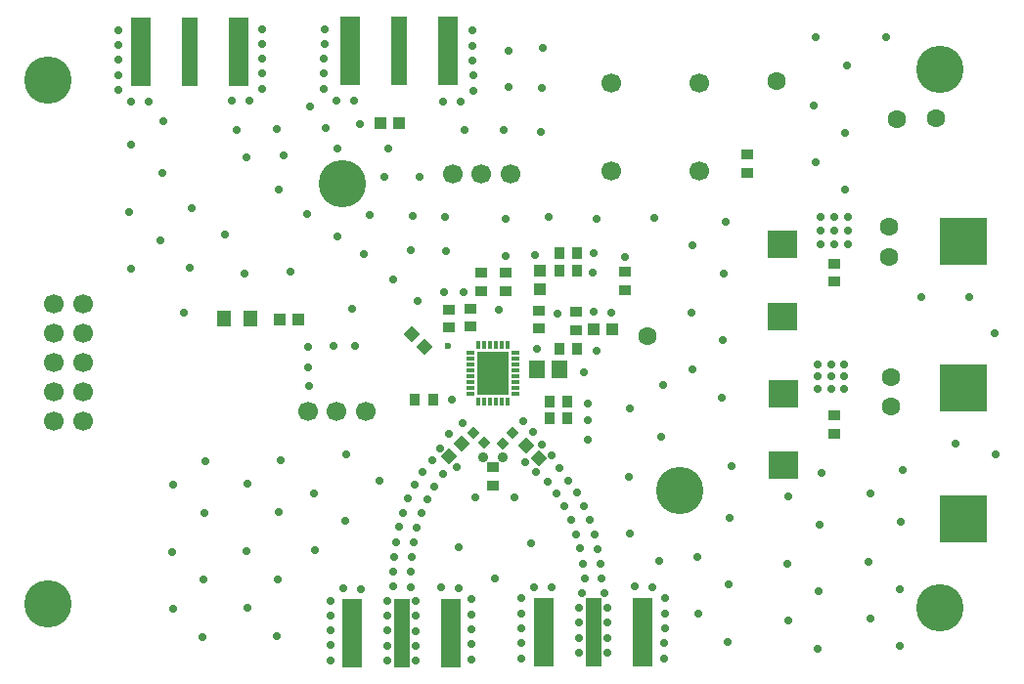
<source format=gts>
G04*
G04 #@! TF.GenerationSoftware,Altium Limited,Altium Designer,21.1.1 (26)*
G04*
G04 Layer_Color=8388736*
%FSLAX43Y43*%
%MOMM*%
G71*
G04*
G04 #@! TF.SameCoordinates,7D77D7A2-79D2-47A9-8A17-8AFE765D4546*
G04*
G04*
G04 #@! TF.FilePolarity,Negative*
G04*
G01*
G75*
%ADD33R,1.370X5.942*%
%ADD34R,1.802X5.942*%
%ADD35R,1.030X0.970*%
%ADD36P,1.131X4X180.0*%
%ADD37P,1.131X4X270.0*%
%ADD38R,4.100X4.100*%
%ADD39R,1.120X1.040*%
%ADD40R,1.040X1.120*%
%ADD41R,0.800X0.400*%
%ADD42R,0.400X0.800*%
%ADD43R,2.800X3.800*%
%ADD44R,2.620X2.410*%
%ADD45R,1.250X1.400*%
%ADD46R,1.400X1.600*%
%ADD47R,0.970X1.030*%
G04:AMPARAMS|DCode=48|XSize=0.97mm|YSize=1.03mm|CornerRadius=0mm|HoleSize=0mm|Usage=FLASHONLY|Rotation=315.000|XOffset=0mm|YOffset=0mm|HoleType=Round|Shape=Rectangle|*
%AMROTATEDRECTD48*
4,1,4,-0.707,-0.021,0.021,0.707,0.707,0.021,-0.021,-0.707,-0.707,-0.021,0.0*
%
%ADD48ROTATEDRECTD48*%

G04:AMPARAMS|DCode=49|XSize=0.97mm|YSize=1.03mm|CornerRadius=0mm|HoleSize=0mm|Usage=FLASHONLY|Rotation=45.000|XOffset=0mm|YOffset=0mm|HoleType=Round|Shape=Rectangle|*
%AMROTATEDRECTD49*
4,1,4,0.021,-0.707,-0.707,0.021,-0.021,0.707,0.707,-0.021,0.021,-0.707,0.0*
%
%ADD49ROTATEDRECTD49*%

%ADD50C,4.100*%
%ADD51C,1.600*%
%ADD52C,1.700*%
%ADD53C,0.700*%
%ADD54C,0.900*%
%ADD55C,0.600*%
G54D33*
X52498Y3525D02*
D03*
X35660Y53943D02*
D03*
X17548Y53825D02*
D03*
X35898Y3450D02*
D03*
G54D34*
X56753Y3525D02*
D03*
X48244D02*
D03*
X31406Y53943D02*
D03*
X39915D02*
D03*
X21803Y53825D02*
D03*
X13294D02*
D03*
X40153Y3450D02*
D03*
X31644D02*
D03*
G54D35*
X65850Y44920D02*
D03*
Y43360D02*
D03*
X39973Y31505D02*
D03*
Y29945D02*
D03*
X41830Y31620D02*
D03*
Y30060D02*
D03*
X42773Y34680D02*
D03*
Y33120D02*
D03*
X73380Y22320D02*
D03*
Y20760D02*
D03*
X73365Y33910D02*
D03*
Y35470D02*
D03*
X55240Y33210D02*
D03*
Y34770D02*
D03*
X44940Y34680D02*
D03*
Y33120D02*
D03*
X47820Y29870D02*
D03*
Y31430D02*
D03*
X51020Y31310D02*
D03*
Y29750D02*
D03*
X43820Y16270D02*
D03*
Y17830D02*
D03*
G54D36*
X43040Y19940D02*
D03*
X42120Y20860D02*
D03*
G54D37*
X44620Y19900D02*
D03*
X45540Y20820D02*
D03*
G54D38*
X84500Y24730D02*
D03*
Y37440D02*
D03*
Y13340D02*
D03*
G54D39*
X47873Y34840D02*
D03*
Y33260D02*
D03*
G54D40*
X35650Y47640D02*
D03*
X34070D02*
D03*
X25340Y30650D02*
D03*
X26920D02*
D03*
X54140Y29780D02*
D03*
X52560D02*
D03*
G54D41*
X41868Y27731D02*
D03*
Y27231D02*
D03*
Y26731D02*
D03*
Y26231D02*
D03*
Y25731D02*
D03*
Y25231D02*
D03*
Y24731D02*
D03*
Y24231D02*
D03*
X45718D02*
D03*
Y24731D02*
D03*
Y25231D02*
D03*
Y25731D02*
D03*
Y26231D02*
D03*
Y26731D02*
D03*
Y27231D02*
D03*
Y27731D02*
D03*
G54D42*
X42543Y23556D02*
D03*
X43043D02*
D03*
X43543D02*
D03*
X44043D02*
D03*
X44543D02*
D03*
X45043D02*
D03*
Y28406D02*
D03*
X44543D02*
D03*
X44043D02*
D03*
X43543D02*
D03*
X43043D02*
D03*
X42543D02*
D03*
G54D43*
X43793Y25981D02*
D03*
G54D44*
X68860Y30930D02*
D03*
Y37130D02*
D03*
X68930Y18050D02*
D03*
Y24250D02*
D03*
G54D45*
X20535Y30700D02*
D03*
X22785D02*
D03*
G54D46*
X49550Y26340D02*
D03*
X47650D02*
D03*
G54D47*
X51120Y36440D02*
D03*
X49560D02*
D03*
X51090Y34850D02*
D03*
X49530D02*
D03*
X51100Y28100D02*
D03*
X49540D02*
D03*
X38633Y23725D02*
D03*
X37073D02*
D03*
X48680Y23560D02*
D03*
X50240D02*
D03*
X48690Y22060D02*
D03*
X50250D02*
D03*
G54D48*
X37898Y28275D02*
D03*
X36795Y29378D02*
D03*
X46647Y19701D02*
D03*
X47750Y18598D02*
D03*
G54D49*
X41142Y19902D02*
D03*
X40038Y18798D02*
D03*
G54D50*
X30780Y42380D02*
D03*
X60010Y15870D02*
D03*
X82473Y5675D02*
D03*
X5298Y6000D02*
D03*
X82473Y52300D02*
D03*
X5298Y51375D02*
D03*
G54D51*
X78260Y23140D02*
D03*
X68350Y51290D02*
D03*
X57150Y29180D02*
D03*
X82140Y48100D02*
D03*
X78770Y48010D02*
D03*
X78100Y36100D02*
D03*
Y38650D02*
D03*
X78260Y25690D02*
D03*
G54D52*
X61675Y43510D02*
D03*
X54050D02*
D03*
Y51135D02*
D03*
X61675D02*
D03*
X27773Y22650D02*
D03*
X30273D02*
D03*
X32773D02*
D03*
X45323Y43250D02*
D03*
X42823D02*
D03*
X40323D02*
D03*
X8323Y21850D02*
D03*
X5823D02*
D03*
Y24390D02*
D03*
X8323D02*
D03*
Y26930D02*
D03*
X5823D02*
D03*
Y29470D02*
D03*
X8323D02*
D03*
Y32010D02*
D03*
X5783D02*
D03*
G54D53*
X57820Y39480D02*
D03*
X52800Y39360D02*
D03*
X48600Y39570D02*
D03*
X48140Y54150D02*
D03*
X48080Y50730D02*
D03*
X44710Y47080D02*
D03*
X39710Y36590D02*
D03*
X36670Y36640D02*
D03*
X34400Y43050D02*
D03*
X30320Y37840D02*
D03*
X27700Y39780D02*
D03*
X25260Y41910D02*
D03*
X30340Y45480D02*
D03*
X25660Y44900D02*
D03*
X32610Y36310D02*
D03*
X36880Y39660D02*
D03*
X33180Y39670D02*
D03*
X31580Y31540D02*
D03*
X26320Y34760D02*
D03*
X22320Y34600D02*
D03*
X20620Y37990D02*
D03*
X17540Y35140D02*
D03*
X17700Y40260D02*
D03*
X46583Y18303D02*
D03*
X47517Y17399D02*
D03*
X48539Y16595D02*
D03*
X49309Y15548D02*
D03*
X49991Y14441D02*
D03*
X50569Y13276D02*
D03*
X51013Y12055D02*
D03*
X51356Y10801D02*
D03*
X51594Y9523D02*
D03*
X51726Y8229D02*
D03*
X51539Y6943D02*
D03*
X51258Y5673D02*
D03*
Y4373D02*
D03*
Y3073D02*
D03*
Y1773D02*
D03*
X53738Y1760D02*
D03*
Y3060D02*
D03*
Y4360D02*
D03*
Y5660D02*
D03*
X53473Y6932D02*
D03*
X53245Y8212D02*
D03*
X53126Y9507D02*
D03*
X52910Y10788D02*
D03*
X52598Y12051D02*
D03*
X52189Y13285D02*
D03*
X51691Y14485D02*
D03*
X51059Y15621D02*
D03*
X50349Y16710D02*
D03*
X49560Y17744D02*
D03*
X48927Y18879D02*
D03*
X48003Y19793D02*
D03*
X39240Y19514D02*
D03*
X38520Y18431D02*
D03*
X37725Y17403D02*
D03*
X37038Y16299D02*
D03*
X36482Y15124D02*
D03*
X36028Y13906D02*
D03*
X35665Y12658D02*
D03*
X35394Y11386D02*
D03*
X35216Y10098D02*
D03*
X35135Y8801D02*
D03*
Y7501D02*
D03*
X34659Y6291D02*
D03*
Y4991D02*
D03*
Y3691D02*
D03*
Y2391D02*
D03*
Y1091D02*
D03*
X37138Y1079D02*
D03*
Y2379D02*
D03*
Y3679D02*
D03*
Y4979D02*
D03*
Y6279D02*
D03*
X36662Y7488D02*
D03*
Y8788D02*
D03*
X36740Y10086D02*
D03*
X36932Y11372D02*
D03*
X37224Y12638D02*
D03*
X37617Y13878D02*
D03*
X38107Y15082D02*
D03*
X38760Y16206D02*
D03*
X39522Y17259D02*
D03*
X40653Y17900D02*
D03*
X47260Y20910D02*
D03*
X39970Y20710D02*
D03*
X87310Y18980D02*
D03*
X83890Y19920D02*
D03*
X87260Y29470D02*
D03*
X80870Y32570D02*
D03*
X85080D02*
D03*
X40820Y10940D02*
D03*
X45680Y15240D02*
D03*
X47110Y11300D02*
D03*
X43940Y8230D02*
D03*
X41170Y21650D02*
D03*
X46410Y21860D02*
D03*
X44880Y39360D02*
D03*
X47430Y36240D02*
D03*
X45200Y53960D02*
D03*
X45180Y50820D02*
D03*
X41330Y47080D02*
D03*
X55220Y36060D02*
D03*
X33980Y16670D02*
D03*
X31110Y18980D02*
D03*
X28290Y15570D02*
D03*
X31000Y13180D02*
D03*
X28410Y10670D02*
D03*
X77850Y55080D02*
D03*
X71740D02*
D03*
X74440Y52620D02*
D03*
X71620Y49210D02*
D03*
X74330Y46820D02*
D03*
X71740Y44310D02*
D03*
X74280Y41870D02*
D03*
X21630Y47110D02*
D03*
X29330Y47250D02*
D03*
X27960Y49140D02*
D03*
X25120Y47180D02*
D03*
X22436Y44740D02*
D03*
X34730Y45480D02*
D03*
X37430Y43020D02*
D03*
X39670Y39540D02*
D03*
X35190Y34110D02*
D03*
X37270Y32270D02*
D03*
X61120Y37090D02*
D03*
X63950Y39130D02*
D03*
X63820Y34630D02*
D03*
X61000Y31220D02*
D03*
X63710Y28830D02*
D03*
X61120Y26320D02*
D03*
X63660Y23880D02*
D03*
X55690Y22910D02*
D03*
X58520Y24950D02*
D03*
X58390Y20450D02*
D03*
X55570Y17040D02*
D03*
X55690Y12140D02*
D03*
X58230Y9700D02*
D03*
X76450Y15550D02*
D03*
X79280Y17590D02*
D03*
X79150Y13090D02*
D03*
X76330Y9680D02*
D03*
X79040Y7290D02*
D03*
X76450Y4780D02*
D03*
X78990Y2340D02*
D03*
X69390Y15330D02*
D03*
X72220Y17370D02*
D03*
X72090Y12870D02*
D03*
X69270Y9460D02*
D03*
X71980Y7070D02*
D03*
X69390Y4560D02*
D03*
X71930Y2120D02*
D03*
X64440Y17980D02*
D03*
X64310Y13480D02*
D03*
X61490Y10070D02*
D03*
X64200Y7680D02*
D03*
X61610Y5170D02*
D03*
X64150Y2730D02*
D03*
X22580Y5650D02*
D03*
X25170Y8160D02*
D03*
X25410Y18460D02*
D03*
X22460Y10550D02*
D03*
X22580Y16420D02*
D03*
X25280Y13960D02*
D03*
X25120Y3210D02*
D03*
X12470Y45800D02*
D03*
X15300Y47840D02*
D03*
X15170Y43340D02*
D03*
X12350Y39930D02*
D03*
X15060Y37540D02*
D03*
X12470Y35030D02*
D03*
X18660Y3150D02*
D03*
X16120Y5590D02*
D03*
X18710Y8100D02*
D03*
X16000Y10490D02*
D03*
X18820Y13900D02*
D03*
X18950Y18400D02*
D03*
X16120Y16360D02*
D03*
X14000Y49510D02*
D03*
X12480Y49520D02*
D03*
X11360Y50520D02*
D03*
Y51850D02*
D03*
X11390Y53130D02*
D03*
X11400Y54400D02*
D03*
Y55700D02*
D03*
X21230Y49620D02*
D03*
X22750Y49630D02*
D03*
X23870Y50630D02*
D03*
Y51960D02*
D03*
X23840Y53240D02*
D03*
X23830Y54510D02*
D03*
Y55810D02*
D03*
X39460Y49490D02*
D03*
X40980Y49500D02*
D03*
X42100Y50500D02*
D03*
Y51830D02*
D03*
X42070Y53110D02*
D03*
X42060Y54380D02*
D03*
Y55680D02*
D03*
X31810Y49640D02*
D03*
X30290Y49650D02*
D03*
X29170Y50650D02*
D03*
Y51980D02*
D03*
X29200Y53260D02*
D03*
X29210Y54530D02*
D03*
Y55830D02*
D03*
X56060Y7500D02*
D03*
X57580Y7490D02*
D03*
X58700Y6490D02*
D03*
Y5160D02*
D03*
X58670Y3880D02*
D03*
X58660Y2610D02*
D03*
Y1310D02*
D03*
X48880Y7490D02*
D03*
X47360Y7480D02*
D03*
X46240Y6480D02*
D03*
Y5150D02*
D03*
X46270Y3870D02*
D03*
X46280Y2600D02*
D03*
Y1300D02*
D03*
X32370Y7310D02*
D03*
X30850Y7340D02*
D03*
X29730Y6300D02*
D03*
Y4970D02*
D03*
X29760Y3690D02*
D03*
X29770Y2420D02*
D03*
Y1120D02*
D03*
X41940Y1220D02*
D03*
Y2520D02*
D03*
X41950Y3790D02*
D03*
X41980Y5070D02*
D03*
Y6400D02*
D03*
X40860Y7400D02*
D03*
X39340Y7410D02*
D03*
X17030Y31210D02*
D03*
X31840Y28380D02*
D03*
X29970D02*
D03*
X47950Y46940D02*
D03*
X32290Y47580D02*
D03*
X39600Y32980D02*
D03*
X41250Y33020D02*
D03*
X42260Y15210D02*
D03*
X52520Y31300D02*
D03*
X52440Y34680D02*
D03*
X52570Y36430D02*
D03*
X44910Y36180D02*
D03*
X71950Y24620D02*
D03*
X73080D02*
D03*
X74240D02*
D03*
X71950Y25720D02*
D03*
X73080D02*
D03*
X74240D02*
D03*
Y26720D02*
D03*
X73080D02*
D03*
X71950D02*
D03*
X74570Y37160D02*
D03*
X73360D02*
D03*
X72140D02*
D03*
X74570Y38350D02*
D03*
X73360D02*
D03*
X72140D02*
D03*
X74570Y39520D02*
D03*
X73360D02*
D03*
X72140D02*
D03*
X27780Y28270D02*
D03*
X27840Y26540D02*
D03*
X47580Y28100D02*
D03*
X52050Y20240D02*
D03*
X52040Y23390D02*
D03*
X51720Y26090D02*
D03*
X52010Y21890D02*
D03*
X54080Y31273D02*
D03*
X44718Y26481D02*
D03*
Y27381D02*
D03*
Y25556D02*
D03*
Y24606D02*
D03*
X43793Y26481D02*
D03*
Y27381D02*
D03*
Y25556D02*
D03*
Y24606D02*
D03*
X42843Y26481D02*
D03*
Y27381D02*
D03*
Y25556D02*
D03*
Y24606D02*
D03*
X27873Y24900D02*
D03*
X44290Y31500D02*
D03*
X40248Y23725D02*
D03*
X52770Y27960D02*
D03*
X49410Y31180D02*
D03*
G54D54*
X44650Y18750D02*
D03*
X42960D02*
D03*
G54D55*
X39898Y28350D02*
D03*
M02*

</source>
